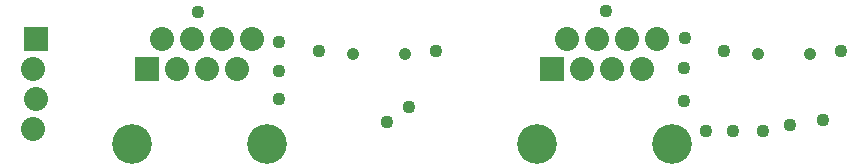
<source format=gbs>
G75*
G70*
%OFA0B0*%
%FSLAX24Y24*%
%IPPOS*%
%LPD*%
%AMOC8*
5,1,8,0,0,1.08239X$1,22.5*
%
%ADD10C,0.0800*%
%ADD11R,0.0800X0.0800*%
%ADD12C,0.1320*%
%ADD13C,0.0414*%
%ADD14C,0.0436*%
D10*
X001130Y004892D03*
X001230Y005892D03*
X001130Y006892D03*
X005430Y007892D03*
X006430Y007892D03*
X007430Y007892D03*
X008430Y007892D03*
X007930Y006892D03*
X006930Y006892D03*
X005930Y006892D03*
X018930Y007892D03*
X019930Y007892D03*
X020930Y007892D03*
X021930Y007892D03*
X021430Y006892D03*
X020430Y006892D03*
X019430Y006892D03*
D11*
X018430Y006892D03*
X004930Y006892D03*
X001230Y007892D03*
D12*
X004430Y004392D03*
X008930Y004392D03*
X017930Y004392D03*
X022430Y004392D03*
D13*
X025314Y007392D03*
X027046Y007392D03*
X013546Y007392D03*
X011814Y007392D03*
D14*
X010680Y007492D03*
X009330Y007792D03*
X009330Y006842D03*
X009330Y005892D03*
X012930Y005142D03*
X013680Y005642D03*
X014580Y007492D03*
X020230Y008842D03*
X022880Y007942D03*
X024180Y007492D03*
X022830Y006942D03*
X022830Y005842D03*
X023580Y004842D03*
X024480Y004842D03*
X025480Y004842D03*
X026380Y005042D03*
X027480Y005192D03*
X028080Y007492D03*
X006630Y008792D03*
M02*

</source>
